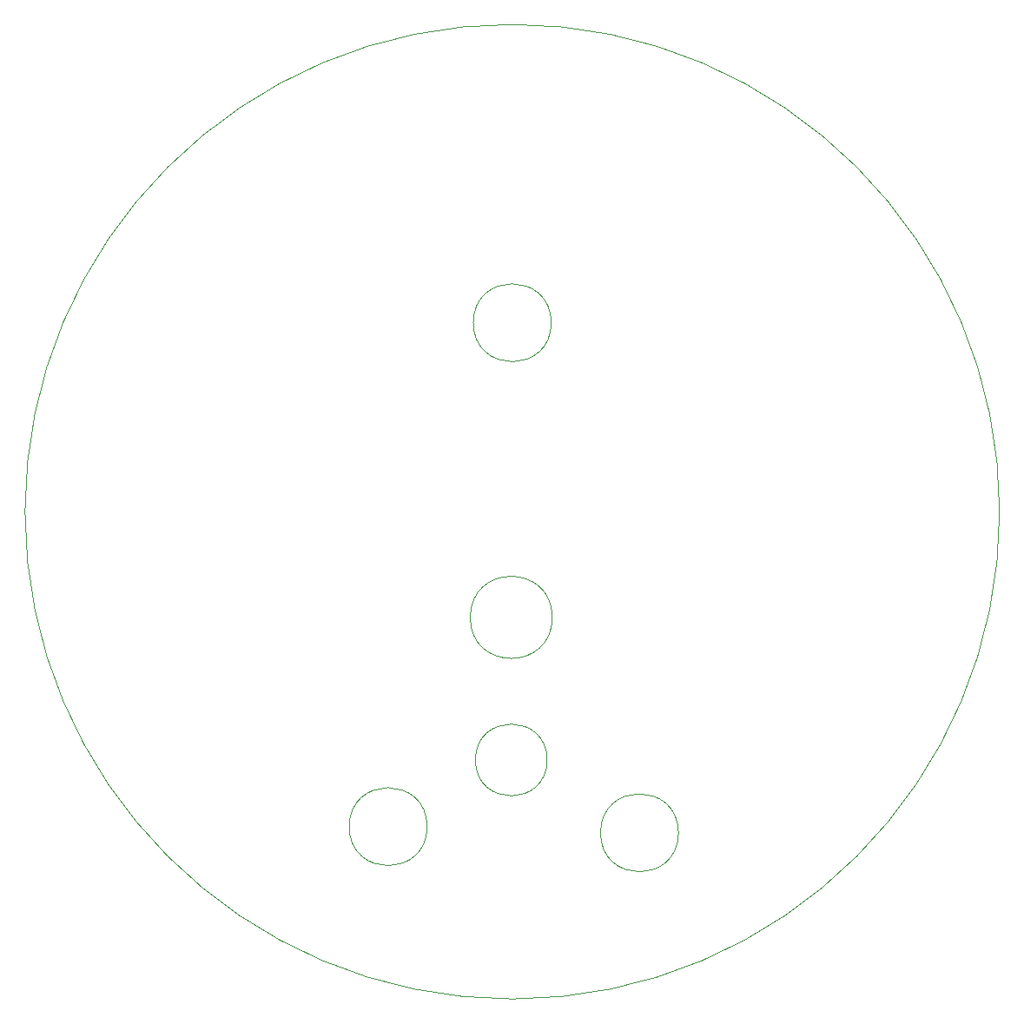
<source format=gbr>
%TF.GenerationSoftware,KiCad,Pcbnew,7.0.9*%
%TF.CreationDate,2024-05-16T21:45:13+10:00*%
%TF.ProjectId,panel,70616e65-6c2e-46b6-9963-61645f706362,rev?*%
%TF.SameCoordinates,Original*%
%TF.FileFunction,Profile,NP*%
%FSLAX46Y46*%
G04 Gerber Fmt 4.6, Leading zero omitted, Abs format (unit mm)*
G04 Created by KiCad (PCBNEW 7.0.9) date 2024-05-16 21:45:13*
%MOMM*%
%LPD*%
G01*
G04 APERTURE LIST*
%TA.AperFunction,Profile*%
%ADD10C,0.050000*%
%TD*%
%TA.AperFunction,Profile*%
%ADD11C,0.120000*%
%TD*%
G04 APERTURE END LIST*
D10*
X91700000Y-130700000D02*
G75*
G03*
X91700000Y-130700000I-3800000J0D01*
G01*
X103900000Y-110300000D02*
G75*
G03*
X103900000Y-110300000I-4000000J0D01*
G01*
D11*
X147500000Y-100000000D02*
G75*
G03*
X147500000Y-100000000I-47500000J0D01*
G01*
D10*
X103400000Y-124200000D02*
G75*
G03*
X103400000Y-124200000I-3500000J0D01*
G01*
X103800000Y-81579006D02*
G75*
G03*
X103800000Y-81579006I-3800000J0D01*
G01*
X116200000Y-131300000D02*
G75*
G03*
X116200000Y-131300000I-3800000J0D01*
G01*
M02*

</source>
